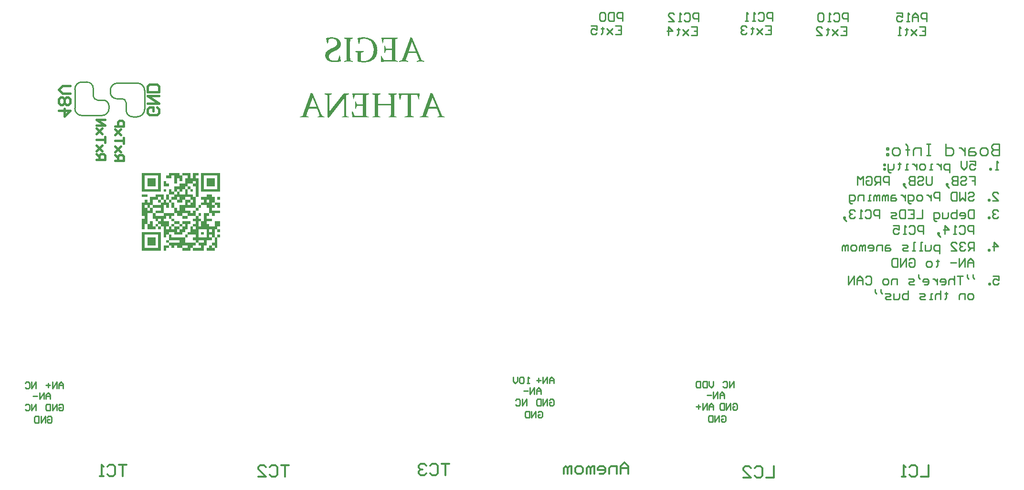
<source format=gbo>
G04*
G04 #@! TF.GenerationSoftware,Altium Limited,Altium Designer,25.5.2 (35)*
G04*
G04 Layer_Color=32896*
%FSLAX25Y25*%
%MOIN*%
G70*
G04*
G04 #@! TF.SameCoordinates,1DACB3DC-ACE0-44E2-B579-3CE0BC83F536*
G04*
G04*
G04 #@! TF.FilePolarity,Positive*
G04*
G01*
G75*
%ADD20C,0.01000*%
%ADD25C,0.01200*%
%ADD186C,0.01600*%
G36*
X233050Y314288D02*
X231173D01*
Y312411D01*
X233050D01*
Y299273D01*
X231173D01*
Y306781D01*
X229296D01*
Y308658D01*
X225542D01*
Y306781D01*
X227419D01*
Y304904D01*
X229296D01*
Y304435D01*
Y304200D01*
Y303027D01*
X227419D01*
Y304904D01*
X225542D01*
Y306546D01*
Y306781D01*
X223665D01*
Y304904D01*
X225542D01*
Y301150D01*
X229296D01*
Y299273D01*
X231173D01*
Y291765D01*
X233050D01*
Y289889D01*
X231173D01*
Y291765D01*
X223665D01*
Y289889D01*
X227419D01*
Y288012D01*
X229296D01*
Y289889D01*
X231173D01*
Y286135D01*
X233050D01*
Y284258D01*
X234927D01*
Y282381D01*
X236804D01*
Y288012D01*
X240558D01*
Y286135D01*
X238681D01*
Y284258D01*
X242435D01*
Y282381D01*
X238681D01*
Y280504D01*
X240558D01*
Y279565D01*
Y279331D01*
Y278627D01*
X244311D01*
Y282381D01*
X248065D01*
Y278627D01*
X246188D01*
Y276750D01*
X248065D01*
Y275812D01*
Y275577D01*
Y274873D01*
X246188D01*
Y276750D01*
X244311D01*
Y271119D01*
X246188D01*
Y266427D01*
Y266192D01*
Y263612D01*
X244311D01*
Y265489D01*
X242435D01*
Y267365D01*
X244311D01*
Y271119D01*
X242435D01*
Y272996D01*
X240558D01*
Y271119D01*
X242435D01*
Y269242D01*
X238681D01*
Y265489D01*
X236804D01*
Y261735D01*
X229296D01*
Y263612D01*
X227419D01*
Y261735D01*
X221789D01*
Y263612D01*
X218035D01*
Y265489D01*
X216158D01*
Y263612D01*
X214281D01*
Y265489D01*
X212404D01*
Y267365D01*
X210527D01*
Y269242D01*
X212404D01*
Y267365D01*
X219912D01*
Y269242D01*
X212404D01*
Y272292D01*
Y272527D01*
Y272996D01*
X210527D01*
Y271119D01*
X208650D01*
Y278627D01*
X206773D01*
Y280504D01*
X204896D01*
Y282381D01*
X203019D01*
Y284258D01*
X201142D01*
Y286604D01*
Y286839D01*
Y288012D01*
X197389D01*
Y280504D01*
X199265D01*
Y282381D01*
X201142D01*
Y278627D01*
X203019D01*
Y276750D01*
X197389D01*
Y280504D01*
X195511D01*
Y276750D01*
X193635D01*
Y284258D01*
X195511D01*
Y286135D01*
X193635D01*
Y295519D01*
X195511D01*
Y297396D01*
X197389D01*
Y295519D01*
X199265D01*
Y299273D01*
X203019D01*
Y301150D01*
X208650D01*
Y297396D01*
X210527D01*
Y295519D01*
X212404D01*
Y291765D01*
X210527D01*
Y293642D01*
X208650D01*
Y288012D01*
X216158D01*
Y286135D01*
X214281D01*
Y284258D01*
X216158D01*
Y282381D01*
X219912D01*
Y280504D01*
X221789D01*
Y279331D01*
Y279096D01*
Y278627D01*
X223665D01*
Y280504D01*
X221789D01*
Y282381D01*
X227419D01*
Y280504D01*
X225542D01*
Y276750D01*
X223665D01*
Y274873D01*
X221789D01*
Y272996D01*
X216158D01*
Y274873D01*
X212404D01*
Y272996D01*
X214281D01*
Y271119D01*
X223665D01*
Y267365D01*
X231173D01*
Y265489D01*
X229296D01*
Y263612D01*
X234927D01*
Y265489D01*
X233050D01*
Y267365D01*
X231173D01*
Y269242D01*
X229296D01*
Y271119D01*
X231173D01*
Y272996D01*
X225542D01*
Y274873D01*
X227419D01*
Y278627D01*
X229296D01*
Y276750D01*
X231173D01*
Y278627D01*
X229296D01*
Y280504D01*
X231173D01*
Y282381D01*
X229296D01*
Y284258D01*
X231173D01*
Y286135D01*
X225542D01*
Y288012D01*
X221789D01*
Y286135D01*
X225542D01*
Y284258D01*
X221789D01*
Y286135D01*
X218035D01*
Y288012D01*
X216158D01*
Y291765D01*
X214281D01*
Y295519D01*
X212404D01*
Y297396D01*
X210527D01*
Y301150D01*
X212404D01*
Y299039D01*
Y298804D01*
Y297396D01*
X214281D01*
Y297162D01*
Y296927D01*
Y295519D01*
X216158D01*
Y291765D01*
X218035D01*
Y289889D01*
X219912D01*
Y293642D01*
X223665D01*
Y297396D01*
X221789D01*
Y295519D01*
X218035D01*
Y297396D01*
X214281D01*
Y299273D01*
X216158D01*
Y301150D01*
X212404D01*
Y304904D01*
X214281D01*
Y303027D01*
X216158D01*
Y301619D01*
Y301385D01*
Y301150D01*
X218035D01*
Y303027D01*
X216158D01*
Y306781D01*
X219912D01*
Y308658D01*
X223665D01*
Y312411D01*
X225542D01*
Y314288D01*
X221789D01*
Y316165D01*
X227419D01*
Y312411D01*
X229296D01*
Y316165D01*
X233050D01*
Y314288D01*
D02*
G37*
G36*
X219912D02*
X221789D01*
Y310535D01*
X219912D01*
Y312411D01*
X218035D01*
Y308658D01*
X216158D01*
Y314288D01*
X214281D01*
Y312411D01*
X210527D01*
Y314288D01*
X212404D01*
Y316165D01*
X219912D01*
Y314288D01*
D02*
G37*
G36*
X210527Y308658D02*
X212404D01*
Y306781D01*
X208650D01*
Y310535D01*
X210527D01*
Y308658D01*
D02*
G37*
G36*
X248065Y312411D02*
Y312177D01*
Y303027D01*
X234927D01*
Y316165D01*
X248065D01*
Y312411D01*
D02*
G37*
G36*
X210527Y303027D02*
X208650D01*
Y304904D01*
X210527D01*
Y303027D01*
D02*
G37*
G36*
X206773Y310535D02*
Y310300D01*
Y303027D01*
X193635D01*
Y316165D01*
X206773D01*
Y310535D01*
D02*
G37*
G36*
X197389Y299273D02*
X193635D01*
Y301150D01*
X197389D01*
Y299273D01*
D02*
G37*
G36*
X248065Y298335D02*
Y298100D01*
Y297396D01*
X246188D01*
Y299273D01*
X248065D01*
Y298335D01*
D02*
G37*
G36*
X242435Y299273D02*
X244311D01*
Y295519D01*
X248065D01*
Y291765D01*
X246188D01*
Y293642D01*
X244311D01*
Y294815D01*
Y295050D01*
Y295519D01*
X242435D01*
Y293642D01*
X244311D01*
Y291765D01*
X242435D01*
Y289889D01*
X248065D01*
Y288012D01*
X244311D01*
Y286135D01*
X242435D01*
Y288012D01*
X240558D01*
Y291765D01*
X238681D01*
Y293642D01*
X234927D01*
Y295519D01*
X236804D01*
Y297396D01*
X234927D01*
Y299273D01*
X238681D01*
Y301150D01*
X242435D01*
Y299273D01*
D02*
G37*
G36*
X234927Y292235D02*
Y292000D01*
Y291765D01*
X233050D01*
Y293642D01*
X234927D01*
Y292235D01*
D02*
G37*
G36*
Y287777D02*
Y287542D01*
Y286135D01*
X233050D01*
Y288012D01*
X234927D01*
Y287777D01*
D02*
G37*
G36*
X204896Y278627D02*
X206773D01*
Y276750D01*
X204896D01*
Y278627D01*
X203019D01*
Y280504D01*
X204896D01*
Y278627D01*
D02*
G37*
G36*
X248065Y271119D02*
X246188D01*
Y272996D01*
X248065D01*
Y271119D01*
D02*
G37*
G36*
X225542D02*
X223665D01*
Y272996D01*
X225542D01*
Y271119D01*
D02*
G37*
G36*
X242435Y263612D02*
X244311D01*
Y261735D01*
X238681D01*
Y262204D01*
Y262439D01*
Y263612D01*
X240558D01*
Y265489D01*
X242435D01*
Y263612D01*
D02*
G37*
G36*
X212404D02*
X210527D01*
Y261735D01*
X208650D01*
Y265489D01*
X212404D01*
Y263612D01*
D02*
G37*
G36*
X206773Y261735D02*
X193635D01*
Y274873D01*
X206773D01*
Y261735D01*
D02*
G37*
G36*
X387500Y371675D02*
X387200Y367375D01*
X386725Y367450D01*
X385650Y370650D01*
X381400D01*
Y358675D01*
Y358175D01*
Y357725D01*
Y357325D01*
Y357000D01*
X381425Y356725D01*
Y356525D01*
Y356400D01*
Y356350D01*
X381450Y356250D01*
X381475Y356175D01*
X381600Y356075D01*
X381700Y356025D01*
X381725Y356000D01*
X381750D01*
X383525Y355475D01*
X383475Y354950D01*
X382825D01*
X382225Y354975D01*
X378025D01*
X377575Y354950D01*
X376925D01*
X376950Y355475D01*
X378725Y356000D01*
X378825Y356025D01*
X378900Y356075D01*
X379000Y356200D01*
X379050Y356300D01*
Y356350D01*
Y356725D01*
Y357100D01*
Y357500D01*
Y357850D01*
Y358175D01*
Y358450D01*
Y358550D01*
Y358625D01*
Y358650D01*
Y358675D01*
Y370650D01*
X374825D01*
X374050Y367375D01*
X373575Y367450D01*
X372825Y371675D01*
X372900Y371750D01*
X374000D01*
X375050Y371725D01*
X385200D01*
X385600Y371750D01*
X387425D01*
X387500Y371675D01*
D02*
G37*
G36*
X371475Y371250D02*
X370000Y370775D01*
X369825Y370675D01*
X369750Y370550D01*
X369700Y370425D01*
Y370400D01*
Y370375D01*
Y370050D01*
X369675Y369725D01*
Y369400D01*
Y369075D01*
Y368800D01*
Y368575D01*
Y368425D01*
Y368400D01*
Y368375D01*
Y358650D01*
Y358150D01*
Y357700D01*
Y357275D01*
Y356950D01*
X369700Y356650D01*
Y356450D01*
Y356325D01*
Y356275D01*
X369725Y356175D01*
X369750Y356100D01*
X369875Y355975D01*
X369975Y355925D01*
X370000Y355900D01*
X370025D01*
X371500Y355475D01*
X371475Y354950D01*
X370900D01*
X370350Y354975D01*
X366525D01*
X366150Y354950D01*
X365625D01*
X365675Y355475D01*
X367000Y355875D01*
X367100Y355925D01*
X367175Y355975D01*
X367250Y356125D01*
X367300Y356250D01*
Y356275D01*
Y356300D01*
Y356675D01*
X367325Y357075D01*
Y357450D01*
Y357825D01*
Y358150D01*
Y358425D01*
Y358525D01*
Y358600D01*
Y358625D01*
Y358650D01*
Y363275D01*
X358600D01*
Y358650D01*
Y358150D01*
Y357700D01*
Y357300D01*
Y356950D01*
X358625Y356675D01*
Y356475D01*
Y356350D01*
Y356300D01*
Y356200D01*
X358675Y356100D01*
X358775Y355975D01*
X358875Y355900D01*
X358900Y355875D01*
X358925D01*
X360300Y355475D01*
X360250Y354950D01*
X359725D01*
X359225Y354975D01*
X355400D01*
X355000Y354950D01*
X354425D01*
X354450Y355475D01*
X355900Y355900D01*
X356000Y355950D01*
X356075Y356000D01*
X356175Y356125D01*
X356225Y356225D01*
Y356275D01*
Y356650D01*
X356250Y357050D01*
Y357450D01*
Y357825D01*
Y358150D01*
Y358425D01*
Y358525D01*
Y358600D01*
Y358625D01*
Y358650D01*
Y368375D01*
Y368800D01*
Y369200D01*
Y369525D01*
X356225Y369825D01*
Y370050D01*
Y370225D01*
Y370350D01*
Y370375D01*
X356175Y370575D01*
X356075Y370700D01*
X355975Y370750D01*
X355925Y370775D01*
X354425Y371250D01*
X354475Y371775D01*
X355025Y371750D01*
X356050D01*
X356500Y371725D01*
X358450D01*
X358950Y371750D01*
X359750D01*
X359925Y371775D01*
X360300D01*
X360275Y371250D01*
X358925Y370825D01*
X358825Y370800D01*
X358750Y370725D01*
X358650Y370600D01*
X358625Y370500D01*
Y370475D01*
Y370450D01*
Y370125D01*
X358600Y369775D01*
Y369425D01*
Y369100D01*
Y368825D01*
Y368625D01*
Y368475D01*
Y368450D01*
Y368425D01*
Y364375D01*
X367325D01*
Y368425D01*
Y368850D01*
Y369225D01*
Y369575D01*
X367300Y369875D01*
Y370125D01*
Y370300D01*
Y370400D01*
Y370450D01*
X367275Y370550D01*
X367250Y370625D01*
X367150Y370750D01*
X367050Y370800D01*
X367000Y370825D01*
X365625Y371250D01*
X365700Y371775D01*
X366225Y371750D01*
X367200D01*
X367625Y371725D01*
X369600D01*
X370100Y371750D01*
X370950D01*
X371100Y371775D01*
X371500D01*
X371475Y371250D01*
D02*
G37*
G36*
X352025D02*
X350550Y370775D01*
X350375Y370675D01*
X350300Y370550D01*
X350250Y370425D01*
Y370400D01*
Y370375D01*
Y370075D01*
Y369775D01*
Y369650D01*
Y369550D01*
Y369500D01*
Y369475D01*
X350225Y369100D01*
Y368750D01*
Y368600D01*
Y368475D01*
Y368400D01*
Y368375D01*
Y358650D01*
Y358150D01*
Y357925D01*
Y357750D01*
X350250Y357575D01*
Y357450D01*
Y357375D01*
Y357350D01*
Y356925D01*
Y356750D01*
Y356600D01*
Y356450D01*
Y356350D01*
Y356300D01*
Y356275D01*
X350275Y356175D01*
X350300Y356100D01*
X350425Y355975D01*
X350525Y355925D01*
X350550Y355900D01*
X350575D01*
X352050Y355475D01*
X352025Y354950D01*
X351450D01*
X350925Y354975D01*
X342325D01*
X341925Y354950D01*
X340450D01*
X340375Y355000D01*
X340100Y359175D01*
X340650Y359075D01*
X342100Y356050D01*
X347875D01*
Y356525D01*
Y357000D01*
Y357450D01*
Y357850D01*
Y358175D01*
Y358450D01*
Y358550D01*
Y358625D01*
Y358650D01*
Y358675D01*
Y363050D01*
X344925D01*
X344550Y363025D01*
X344000D01*
X343900Y363000D01*
X343825Y362975D01*
X343700Y362850D01*
X343650Y362750D01*
X343625Y362725D01*
Y362700D01*
X343175Y361050D01*
X342525Y361100D01*
X342550Y361675D01*
Y362175D01*
Y362600D01*
X342575Y362950D01*
Y363200D01*
Y363400D01*
Y363525D01*
Y363550D01*
Y363875D01*
Y364275D01*
X342550Y364675D01*
Y365100D01*
Y365450D01*
X342525Y365750D01*
Y365875D01*
Y365950D01*
Y366000D01*
Y366025D01*
X343175D01*
X343600Y364375D01*
X343650Y364275D01*
X343700Y364200D01*
X343825Y364100D01*
X343950Y364050D01*
X347875D01*
Y370650D01*
X342350D01*
X341600Y367875D01*
X341125Y367975D01*
X340425Y371675D01*
X340500Y371750D01*
X341600D01*
X342650Y371725D01*
X350150D01*
X350650Y371750D01*
X351500D01*
X351650Y371775D01*
X352050D01*
X352025Y371250D01*
D02*
G37*
G36*
X338050D02*
X336575Y370775D01*
X336400Y370675D01*
X336325Y370550D01*
X336275Y370425D01*
Y370400D01*
Y370375D01*
Y370050D01*
X336250Y369725D01*
Y369400D01*
Y369075D01*
Y368800D01*
Y368575D01*
Y368425D01*
Y368400D01*
Y368375D01*
Y358650D01*
Y358150D01*
Y357700D01*
Y357275D01*
Y356950D01*
X336275Y356650D01*
Y356450D01*
Y356325D01*
Y356275D01*
X336300Y356175D01*
X336325Y356100D01*
X336450Y355975D01*
X336550Y355925D01*
X336575Y355900D01*
X336600D01*
X338075Y355475D01*
X338050Y354950D01*
X337500D01*
X337000Y354975D01*
X333950D01*
X333600Y354950D01*
X333075D01*
X333100Y355500D01*
X334550Y355900D01*
X334650Y355950D01*
X334700Y356000D01*
X334800Y356150D01*
X334850Y356275D01*
Y356300D01*
Y356325D01*
Y356700D01*
Y357075D01*
Y357475D01*
Y357850D01*
Y358175D01*
Y358450D01*
Y358550D01*
Y358625D01*
Y358650D01*
Y358675D01*
Y368350D01*
X324075Y354900D01*
X323050Y354975D01*
Y368375D01*
Y368800D01*
Y369200D01*
Y369525D01*
Y369825D01*
Y370050D01*
Y370200D01*
Y370325D01*
Y370350D01*
X323000Y370550D01*
X322900Y370675D01*
X322800Y370750D01*
X322750Y370775D01*
X321250Y371250D01*
X321275Y371775D01*
X321800Y371750D01*
X322725D01*
X323075Y371725D01*
X324550D01*
X324950Y371750D01*
X325700D01*
X326000Y371775D01*
X326250D01*
X326225Y371225D01*
X324800Y370800D01*
X324700Y370750D01*
X324625Y370700D01*
X324525Y370575D01*
X324475Y370475D01*
Y370450D01*
Y370425D01*
Y370100D01*
X324450Y369775D01*
Y369425D01*
Y369125D01*
Y368850D01*
Y368625D01*
Y368475D01*
Y368450D01*
Y368425D01*
Y359175D01*
X334550Y371775D01*
X334950Y371750D01*
X335150D01*
X335300Y371725D01*
X336400D01*
X336800Y371750D01*
X337550D01*
X337825Y371775D01*
X338075D01*
X338050Y371250D01*
D02*
G37*
G36*
X396525Y371825D02*
X402650Y357200D01*
X402750Y356975D01*
X402850Y356800D01*
X402925Y356625D01*
X403000Y356500D01*
X403075Y356400D01*
X403100Y356325D01*
X403150Y356300D01*
Y356275D01*
X403325Y356075D01*
X403550Y355950D01*
X403650Y355900D01*
X403725Y355850D01*
X403775Y355825D01*
X403800D01*
X405000Y355475D01*
X404925Y354950D01*
X404450D01*
X404000Y354975D01*
X400750D01*
X400375Y354950D01*
X399775D01*
X399800Y355500D01*
X400900Y355800D01*
X401050Y355850D01*
X401150Y355925D01*
X401225Y355950D01*
X401250Y355975D01*
X401300Y356075D01*
X401325Y356175D01*
X401350Y356275D01*
Y356300D01*
X401325Y356500D01*
X401275Y356675D01*
X401250Y356850D01*
X401225Y356875D01*
Y356900D01*
X401175Y357050D01*
X401100Y357250D01*
X400975Y357600D01*
X400900Y357750D01*
X400875Y357875D01*
X400825Y357950D01*
Y357975D01*
X399550Y361175D01*
X393775D01*
X392650Y357950D01*
X392575Y357725D01*
X392500Y357525D01*
X392450Y357350D01*
X392400Y357200D01*
X392350Y357075D01*
X392325Y357000D01*
X392300Y356950D01*
Y356925D01*
X392225Y356675D01*
X392200Y356475D01*
X392175Y356350D01*
Y356300D01*
X392200Y356150D01*
X392225Y356050D01*
X392250Y356000D01*
X392275Y355975D01*
X392375Y355900D01*
X392475Y355850D01*
X392575Y355825D01*
X392625Y355800D01*
X393750Y355475D01*
X393700Y354950D01*
X393025D01*
X392425Y354975D01*
X388500D01*
X388125Y354950D01*
X387550D01*
X387575Y355475D01*
X388725Y355800D01*
X389025Y355925D01*
X389250Y356075D01*
X389375Y356175D01*
X389425Y356225D01*
X389500Y356350D01*
X389600Y356525D01*
X389775Y356900D01*
X389850Y357075D01*
X389900Y357225D01*
X389925Y357325D01*
X389950Y357350D01*
X395300Y372025D01*
X396525Y371825D01*
D02*
G37*
G36*
X312750D02*
X318875Y357200D01*
X318975Y356975D01*
X319075Y356800D01*
X319150Y356625D01*
X319225Y356500D01*
X319300Y356400D01*
X319325Y356325D01*
X319375Y356300D01*
Y356275D01*
X319550Y356075D01*
X319775Y355950D01*
X319875Y355900D01*
X319950Y355850D01*
X320000Y355825D01*
X320025D01*
X321225Y355475D01*
X321150Y354950D01*
X320675D01*
X320225Y354975D01*
X316975D01*
X316600Y354950D01*
X316000D01*
X316025Y355500D01*
X317125Y355800D01*
X317275Y355850D01*
X317375Y355925D01*
X317450Y355950D01*
X317475Y355975D01*
X317525Y356075D01*
X317550Y356175D01*
X317575Y356275D01*
Y356300D01*
X317550Y356500D01*
X317500Y356675D01*
X317475Y356850D01*
X317450Y356875D01*
Y356900D01*
X317400Y357050D01*
X317325Y357250D01*
X317200Y357600D01*
X317125Y357750D01*
X317100Y357875D01*
X317050Y357950D01*
Y357975D01*
X315775Y361175D01*
X310000D01*
X308875Y357950D01*
X308800Y357725D01*
X308725Y357525D01*
X308675Y357350D01*
X308625Y357200D01*
X308575Y357075D01*
X308550Y357000D01*
X308525Y356950D01*
Y356925D01*
X308450Y356675D01*
X308425Y356475D01*
X308400Y356350D01*
Y356300D01*
X308425Y356150D01*
X308450Y356050D01*
X308475Y356000D01*
X308500Y355975D01*
X308600Y355900D01*
X308700Y355850D01*
X308800Y355825D01*
X308850Y355800D01*
X309975Y355475D01*
X309925Y354950D01*
X309250D01*
X308650Y354975D01*
X304725D01*
X304350Y354950D01*
X303775D01*
X303800Y355475D01*
X304950Y355800D01*
X305250Y355925D01*
X305475Y356075D01*
X305600Y356175D01*
X305650Y356225D01*
X305725Y356350D01*
X305825Y356525D01*
X306000Y356900D01*
X306075Y357075D01*
X306125Y357225D01*
X306150Y357325D01*
X306175Y357350D01*
X311525Y372025D01*
X312750Y371825D01*
D02*
G37*
G36*
X372250Y410225D02*
X370775Y409750D01*
X370600Y409650D01*
X370525Y409525D01*
X370475Y409400D01*
Y409375D01*
Y409350D01*
Y409050D01*
Y408750D01*
Y408625D01*
Y408525D01*
Y408475D01*
Y408450D01*
X370450Y408075D01*
Y407725D01*
Y407575D01*
Y407450D01*
Y407375D01*
Y407350D01*
Y397625D01*
Y397125D01*
Y396900D01*
Y396725D01*
X370475Y396550D01*
Y396425D01*
Y396350D01*
Y396325D01*
Y395900D01*
Y395725D01*
Y395575D01*
Y395425D01*
Y395325D01*
Y395275D01*
Y395250D01*
X370500Y395150D01*
X370525Y395075D01*
X370650Y394950D01*
X370750Y394900D01*
X370775Y394875D01*
X370800D01*
X372275Y394450D01*
X372250Y393925D01*
X371675D01*
X371150Y393950D01*
X362550D01*
X362150Y393925D01*
X360675D01*
X360600Y393975D01*
X360325Y398150D01*
X360875Y398050D01*
X362325Y395025D01*
X368100D01*
Y395500D01*
Y395975D01*
Y396425D01*
Y396825D01*
Y397150D01*
Y397425D01*
Y397525D01*
Y397600D01*
Y397625D01*
Y397650D01*
Y402025D01*
X365150D01*
X364775Y402000D01*
X364225D01*
X364125Y401975D01*
X364050Y401950D01*
X363925Y401825D01*
X363875Y401725D01*
X363850Y401700D01*
Y401675D01*
X363400Y400025D01*
X362750Y400075D01*
X362775Y400650D01*
Y401150D01*
Y401575D01*
X362800Y401925D01*
Y402175D01*
Y402375D01*
Y402500D01*
Y402525D01*
Y402850D01*
Y403250D01*
X362775Y403650D01*
Y404075D01*
Y404425D01*
X362750Y404725D01*
Y404850D01*
Y404925D01*
Y404975D01*
Y405000D01*
X363400D01*
X363825Y403350D01*
X363875Y403250D01*
X363925Y403175D01*
X364050Y403075D01*
X364175Y403025D01*
X368100D01*
Y409625D01*
X362575D01*
X361825Y406850D01*
X361350Y406950D01*
X360650Y410650D01*
X360725Y410725D01*
X361825D01*
X362875Y410700D01*
X370375D01*
X370875Y410725D01*
X371725D01*
X371875Y410750D01*
X372275D01*
X372250Y410225D01*
D02*
G37*
G36*
X340750D02*
X339275Y409750D01*
X339100Y409650D01*
X339025Y409525D01*
X338975Y409400D01*
Y409375D01*
Y409350D01*
Y409050D01*
Y408750D01*
Y408625D01*
Y408525D01*
Y408475D01*
Y408450D01*
X338950Y408075D01*
Y407725D01*
Y407575D01*
Y407450D01*
Y407375D01*
Y407350D01*
Y397625D01*
Y397125D01*
Y396900D01*
Y396725D01*
X338975Y396550D01*
Y396425D01*
Y396350D01*
Y396325D01*
Y395900D01*
Y395725D01*
Y395575D01*
Y395425D01*
Y395325D01*
Y395275D01*
Y395250D01*
X339000Y395150D01*
X339025Y395075D01*
X339150Y394950D01*
X339250Y394900D01*
X339275Y394875D01*
X339300D01*
X340775Y394450D01*
X340750Y393925D01*
X340175D01*
X339650Y393950D01*
X335750D01*
X335350Y393925D01*
X334800D01*
X334825Y394450D01*
X336175Y394850D01*
X336300Y394900D01*
X336400Y394975D01*
X336475Y395050D01*
X336525Y395100D01*
X336600Y395225D01*
Y395275D01*
Y395650D01*
Y395975D01*
Y396125D01*
Y396225D01*
Y396300D01*
Y396325D01*
Y396775D01*
Y397000D01*
Y397200D01*
Y397375D01*
Y397500D01*
Y397600D01*
Y397625D01*
Y407400D01*
Y407800D01*
Y408000D01*
Y408150D01*
Y408275D01*
Y408400D01*
Y408450D01*
Y408475D01*
Y408825D01*
Y409125D01*
Y409250D01*
Y409325D01*
Y409375D01*
Y409400D01*
X336575Y409500D01*
X336550Y409575D01*
X336425Y409700D01*
X336325Y409750D01*
X336275Y409775D01*
X334800Y410225D01*
X334825Y410750D01*
X335400Y410725D01*
X336450D01*
X336900Y410700D01*
X338875D01*
X339375Y410725D01*
X340225D01*
X340375Y410750D01*
X340775D01*
X340750Y410225D01*
D02*
G37*
G36*
X349150Y411000D02*
X349925Y410925D01*
X350650Y410800D01*
X351325Y410650D01*
X351950Y410475D01*
X352525Y410250D01*
X353050Y410050D01*
X353550Y409825D01*
X353975Y409575D01*
X354350Y409375D01*
X354650Y409175D01*
X354925Y408975D01*
X355125Y408825D01*
X355275Y408700D01*
X355375Y408625D01*
X355400Y408600D01*
X355850Y408125D01*
X356250Y407625D01*
X356600Y407100D01*
X356900Y406550D01*
X357125Y406000D01*
X357350Y405450D01*
X357525Y404900D01*
X357650Y404375D01*
X357750Y403875D01*
X357850Y403425D01*
X357900Y403000D01*
X357925Y402650D01*
X357950Y402350D01*
X357975Y402150D01*
Y402000D01*
Y401950D01*
X357950Y401225D01*
X357875Y400525D01*
X357750Y399900D01*
X357575Y399300D01*
X357400Y398725D01*
X357200Y398225D01*
X356975Y397750D01*
X356725Y397350D01*
X356500Y396975D01*
X356275Y396650D01*
X356075Y396375D01*
X355875Y396125D01*
X355725Y395950D01*
X355600Y395825D01*
X355525Y395750D01*
X355500Y395725D01*
X355000Y395325D01*
X354500Y395000D01*
X353950Y394700D01*
X353400Y394450D01*
X352825Y394225D01*
X352275Y394050D01*
X351725Y393900D01*
X351200Y393775D01*
X350725Y393675D01*
X350250Y393625D01*
X349850Y393575D01*
X349500Y393525D01*
X349200D01*
X348975Y393500D01*
X348800D01*
X348025Y393525D01*
X347225Y393600D01*
X346475Y393675D01*
X345775Y393800D01*
X345475Y393850D01*
X345175Y393900D01*
X344925Y393950D01*
X344725Y393975D01*
X344550Y394025D01*
X344400Y394050D01*
X344325Y394075D01*
X344300D01*
X344225Y394150D01*
Y398000D01*
Y398400D01*
Y398600D01*
Y398750D01*
Y398875D01*
Y399000D01*
Y399050D01*
Y399075D01*
Y399450D01*
Y399750D01*
Y399875D01*
Y399975D01*
Y400025D01*
Y400050D01*
X344200Y400150D01*
X344175Y400225D01*
X344050Y400350D01*
X343950Y400400D01*
X343900Y400425D01*
X342600Y400825D01*
X342650Y401350D01*
X343150Y401325D01*
X344125D01*
X344550Y401300D01*
X346500D01*
X347000Y401325D01*
X347850D01*
X348000Y401350D01*
X348400D01*
X348375Y400825D01*
X346900Y400350D01*
X346725Y400250D01*
X346650Y400125D01*
X346600Y400000D01*
Y399975D01*
Y399950D01*
Y399650D01*
Y399350D01*
Y399225D01*
Y399125D01*
Y399075D01*
Y399050D01*
X346575Y398675D01*
Y398325D01*
Y398175D01*
Y398050D01*
Y397975D01*
Y397950D01*
Y394750D01*
X347325Y394600D01*
X347675Y394550D01*
X347975Y394525D01*
X348250D01*
X348450Y394500D01*
X348625D01*
X349200Y394525D01*
X349725Y394600D01*
X350225Y394700D01*
X350700Y394825D01*
X351150Y395000D01*
X351550Y395175D01*
X351925Y395375D01*
X352250Y395575D01*
X352550Y395750D01*
X352800Y395950D01*
X353025Y396125D01*
X353225Y396300D01*
X353350Y396425D01*
X353475Y396525D01*
X353525Y396600D01*
X353550Y396625D01*
X353875Y397050D01*
X354150Y397475D01*
X354375Y397950D01*
X354600Y398425D01*
X354775Y398900D01*
X354900Y399375D01*
X355025Y399850D01*
X355125Y400300D01*
X355200Y400725D01*
X355250Y401125D01*
X355300Y401475D01*
X355325Y401775D01*
Y402025D01*
X355350Y402225D01*
Y402325D01*
Y402375D01*
X355325Y403025D01*
X355275Y403650D01*
X355200Y404225D01*
X355075Y404750D01*
X354950Y405250D01*
X354825Y405725D01*
X354675Y406150D01*
X354500Y406525D01*
X354350Y406850D01*
X354200Y407150D01*
X354075Y407400D01*
X353925Y407600D01*
X353825Y407775D01*
X353750Y407875D01*
X353700Y407950D01*
X353675Y407975D01*
X353350Y408325D01*
X353000Y408650D01*
X352625Y408925D01*
X352225Y409150D01*
X351850Y409350D01*
X351450Y409525D01*
X351075Y409650D01*
X350700Y409775D01*
X350350Y409850D01*
X350025Y409925D01*
X349750Y409975D01*
X349500Y410000D01*
X349275D01*
X349125Y410025D01*
X349000D01*
X348525Y410000D01*
X348025Y409975D01*
X347575Y409900D01*
X347150Y409825D01*
X346775Y409750D01*
X346500Y409700D01*
X346400Y409675D01*
X346325Y409650D01*
X346275Y409625D01*
X346250D01*
X345425Y406475D01*
X344950Y406550D01*
X344200Y410425D01*
X344275Y410525D01*
X345050Y410700D01*
X345800Y410825D01*
X346500Y410900D01*
X347100Y410975D01*
X347375D01*
X347600Y411000D01*
X347825D01*
X348000Y411025D01*
X348325D01*
X349150Y411000D01*
D02*
G37*
G36*
X382225Y410800D02*
X388350Y396175D01*
X388450Y395950D01*
X388550Y395775D01*
X388625Y395600D01*
X388700Y395475D01*
X388775Y395375D01*
X388800Y395300D01*
X388850Y395275D01*
Y395250D01*
X389025Y395050D01*
X389250Y394925D01*
X389350Y394875D01*
X389425Y394825D01*
X389475Y394800D01*
X389500D01*
X390700Y394450D01*
X390625Y393925D01*
X390150D01*
X389700Y393950D01*
X386450D01*
X386075Y393925D01*
X385475D01*
X385500Y394475D01*
X386600Y394775D01*
X386750Y394825D01*
X386850Y394900D01*
X386925Y394925D01*
X386950Y394950D01*
X387000Y395050D01*
X387025Y395150D01*
X387050Y395250D01*
Y395275D01*
X387025Y395475D01*
X386975Y395650D01*
X386950Y395825D01*
X386925Y395850D01*
Y395875D01*
X386875Y396025D01*
X386800Y396225D01*
X386675Y396575D01*
X386600Y396725D01*
X386575Y396850D01*
X386525Y396925D01*
Y396950D01*
X385250Y400150D01*
X379475D01*
X378350Y396925D01*
X378275Y396700D01*
X378200Y396500D01*
X378150Y396325D01*
X378100Y396175D01*
X378050Y396050D01*
X378025Y395975D01*
X378000Y395925D01*
Y395900D01*
X377925Y395650D01*
X377900Y395450D01*
X377875Y395325D01*
Y395275D01*
X377900Y395125D01*
X377925Y395025D01*
X377950Y394975D01*
X377975Y394950D01*
X378075Y394875D01*
X378175Y394825D01*
X378275Y394800D01*
X378325Y394775D01*
X379450Y394450D01*
X379400Y393925D01*
X378725D01*
X378125Y393950D01*
X374200D01*
X373825Y393925D01*
X373250D01*
X373275Y394450D01*
X374425Y394775D01*
X374725Y394900D01*
X374950Y395050D01*
X375075Y395150D01*
X375125Y395200D01*
X375200Y395325D01*
X375300Y395500D01*
X375475Y395875D01*
X375550Y396050D01*
X375600Y396200D01*
X375625Y396300D01*
X375650Y396325D01*
X381000Y411000D01*
X382225Y410800D01*
D02*
G37*
G36*
X326700Y411000D02*
X327150Y410975D01*
X327600Y410925D01*
X328025Y410850D01*
X328425Y410750D01*
X328800Y410650D01*
X329150Y410550D01*
X329450Y410425D01*
X329725Y410325D01*
X329975Y410200D01*
X330200Y410100D01*
X330375Y410025D01*
X330525Y409925D01*
X330625Y409875D01*
X330675Y409850D01*
X330700Y409825D01*
X331025Y409600D01*
X331300Y409325D01*
X331525Y409075D01*
X331750Y408800D01*
X331925Y408525D01*
X332050Y408250D01*
X332175Y407975D01*
X332275Y407700D01*
X332400Y407225D01*
X332450Y407000D01*
X332475Y406825D01*
Y406675D01*
X332500Y406575D01*
Y406500D01*
Y406475D01*
X332475Y406075D01*
X332450Y405725D01*
X332375Y405400D01*
X332300Y405125D01*
X332250Y404875D01*
X332175Y404725D01*
X332150Y404600D01*
X332125Y404575D01*
X331975Y404275D01*
X331800Y404025D01*
X331625Y403800D01*
X331475Y403600D01*
X331325Y403425D01*
X331200Y403300D01*
X331125Y403225D01*
X331100Y403200D01*
X330600Y402825D01*
X330375Y402650D01*
X330150Y402500D01*
X329950Y402400D01*
X329800Y402300D01*
X329700Y402250D01*
X329675Y402225D01*
X329075Y401925D01*
X328800Y401800D01*
X328550Y401675D01*
X328325Y401575D01*
X328175Y401500D01*
X328050Y401475D01*
X328025Y401450D01*
X327500Y401200D01*
X327250Y401100D01*
X327050Y401000D01*
X326850Y400900D01*
X326725Y400825D01*
X326625Y400800D01*
X326600Y400775D01*
X326100Y400500D01*
X325900Y400375D01*
X325700Y400250D01*
X325550Y400150D01*
X325450Y400075D01*
X325375Y400025D01*
X325350Y400000D01*
X324975Y399675D01*
X324825Y399500D01*
X324700Y399350D01*
X324600Y399200D01*
X324525Y399100D01*
X324500Y399025D01*
X324475Y399000D01*
X324375Y398775D01*
X324275Y398550D01*
X324225Y398325D01*
X324200Y398100D01*
X324175Y397925D01*
X324150Y397775D01*
Y397675D01*
Y397650D01*
X324200Y397150D01*
X324300Y396700D01*
X324475Y396300D01*
X324650Y395975D01*
X324850Y395725D01*
X325025Y395550D01*
X325125Y395450D01*
X325175Y395400D01*
X325575Y395150D01*
X326025Y394950D01*
X326500Y394825D01*
X326925Y394725D01*
X327325Y394675D01*
X327500Y394650D01*
X327650D01*
X327775Y394625D01*
X327950D01*
X328450Y394650D01*
X328925Y394700D01*
X329350Y394775D01*
X329750Y394875D01*
X330075Y394975D01*
X330325Y395050D01*
X330425Y395075D01*
X330500Y395100D01*
X330525Y395125D01*
X330550D01*
X331400Y398525D01*
X331950Y398425D01*
X332525Y394350D01*
X332450Y394250D01*
X331600Y394050D01*
X330825Y393900D01*
X330100Y393775D01*
X329775Y393725D01*
X329475Y393700D01*
X329200Y393675D01*
X328950Y393650D01*
X328750D01*
X328550Y393625D01*
X328225D01*
X327675Y393650D01*
X327175Y393675D01*
X326675Y393750D01*
X326225Y393825D01*
X325800Y393925D01*
X325400Y394025D01*
X325025Y394125D01*
X324700Y394250D01*
X324400Y394375D01*
X324150Y394475D01*
X323925Y394575D01*
X323750Y394675D01*
X323600Y394750D01*
X323475Y394825D01*
X323425Y394850D01*
X323400Y394875D01*
X323075Y395125D01*
X322775Y395400D01*
X322525Y395675D01*
X322325Y395975D01*
X322125Y396275D01*
X321975Y396575D01*
X321850Y396875D01*
X321750Y397175D01*
X321675Y397450D01*
X321625Y397700D01*
X321575Y397925D01*
X321550Y398125D01*
X321525Y398300D01*
Y398425D01*
Y398500D01*
Y398525D01*
X321550Y398900D01*
X321575Y399225D01*
X321650Y399525D01*
X321725Y399775D01*
X321800Y399975D01*
X321850Y400150D01*
X321900Y400250D01*
X321925Y400275D01*
X322075Y400550D01*
X322250Y400800D01*
X322400Y401025D01*
X322575Y401225D01*
X322700Y401375D01*
X322825Y401475D01*
X322900Y401550D01*
X322925Y401575D01*
X323400Y401950D01*
X323650Y402125D01*
X323850Y402250D01*
X324050Y402375D01*
X324200Y402450D01*
X324300Y402500D01*
X324325Y402525D01*
X324900Y402800D01*
X325175Y402950D01*
X325425Y403050D01*
X325650Y403150D01*
X325800Y403225D01*
X325900Y403250D01*
X325950Y403275D01*
X326500Y403525D01*
X326750Y403650D01*
X326950Y403750D01*
X327150Y403850D01*
X327275Y403925D01*
X327375Y403950D01*
X327400Y403975D01*
X327900Y404250D01*
X328100Y404375D01*
X328300Y404500D01*
X328450Y404600D01*
X328575Y404675D01*
X328650Y404725D01*
X328675Y404750D01*
X329050Y405100D01*
X329200Y405275D01*
X329325Y405425D01*
X329425Y405575D01*
X329500Y405675D01*
X329525Y405750D01*
X329550Y405775D01*
X329650Y406000D01*
X329725Y406250D01*
X329800Y406475D01*
X329825Y406700D01*
X329850Y406875D01*
X329875Y407025D01*
Y407125D01*
Y407150D01*
X329825Y407650D01*
X329725Y408075D01*
X329575Y408425D01*
X329400Y408750D01*
X329250Y408975D01*
X329100Y409150D01*
X329000Y409275D01*
X328950Y409300D01*
X328575Y409550D01*
X328150Y409750D01*
X327725Y409875D01*
X327325Y409975D01*
X326975Y410025D01*
X326675Y410075D01*
X326425D01*
X326025Y410050D01*
X325625Y410000D01*
X325225Y409950D01*
X324875Y409875D01*
X324550Y409775D01*
X324325Y409725D01*
X324225Y409700D01*
X324150Y409675D01*
X324125Y409650D01*
X324100D01*
X323325Y406650D01*
X322850Y406750D01*
X322125Y410475D01*
X322225Y410575D01*
X323000Y410725D01*
X323725Y410825D01*
X324400Y410925D01*
X325000Y410975D01*
X325250Y411000D01*
X325700D01*
X325875Y411025D01*
X326200D01*
X326700Y411000D01*
D02*
G37*
%LPC*%
G36*
X231173Y310535D02*
X229296D01*
Y308658D01*
X231173D01*
Y310535D01*
D02*
G37*
G36*
X223665Y304904D02*
X221789D01*
Y303027D01*
X219912D01*
Y304904D01*
X218035D01*
Y303027D01*
X219912D01*
Y301150D01*
X223665D01*
Y304904D01*
D02*
G37*
G36*
X219912Y299273D02*
X218035D01*
Y297396D01*
X219912D01*
Y299273D01*
D02*
G37*
G36*
X227419D02*
X223665D01*
Y297396D01*
X227419D01*
Y295519D01*
X229296D01*
Y297396D01*
X227419D01*
Y299273D01*
D02*
G37*
G36*
X206773D02*
X204896D01*
Y297396D01*
X206773D01*
Y295519D01*
X208650D01*
Y297396D01*
X206773D01*
Y299273D01*
D02*
G37*
G36*
X227419Y295519D02*
X225542D01*
Y293642D01*
X227419D01*
Y295519D01*
D02*
G37*
G36*
X204896Y297396D02*
X201142D01*
Y293642D01*
X206773D01*
Y295519D01*
X204896D01*
Y297396D01*
D02*
G37*
G36*
X197389Y293642D02*
X195511D01*
Y291765D01*
X197389D01*
Y289889D01*
X199265D01*
Y291765D01*
X197389D01*
Y293642D01*
D02*
G37*
G36*
X201142D02*
X199265D01*
Y291765D01*
X201142D01*
Y288012D01*
X203019D01*
Y286135D01*
X208650D01*
Y288012D01*
X203019D01*
Y289889D01*
X206773D01*
Y291765D01*
X201142D01*
Y293642D01*
D02*
G37*
G36*
X206773Y284258D02*
X204896D01*
Y282381D01*
X206773D01*
Y284258D01*
D02*
G37*
G36*
X234927Y282381D02*
X233050D01*
Y278627D01*
X234927D01*
Y282381D01*
D02*
G37*
G36*
X212404Y286135D02*
X210527D01*
Y284258D01*
X208650D01*
Y282381D01*
X212404D01*
Y278627D01*
X214281D01*
Y276750D01*
X216158D01*
Y278627D01*
X214281D01*
Y280504D01*
X216158D01*
Y278627D01*
X219912D01*
Y276750D01*
X221789D01*
Y278627D01*
X219912D01*
Y280504D01*
X216158D01*
Y282381D01*
X214281D01*
Y283085D01*
Y283319D01*
Y284258D01*
X212404D01*
Y286135D01*
D02*
G37*
G36*
Y278627D02*
X210527D01*
Y276750D01*
X212404D01*
Y278627D01*
D02*
G37*
G36*
X219912Y276750D02*
X218035D01*
Y274873D01*
X219912D01*
Y276750D01*
D02*
G37*
G36*
X242435D02*
X240558D01*
Y274873D01*
X242435D01*
Y276750D01*
D02*
G37*
G36*
X238681D02*
X233050D01*
Y271588D01*
Y271354D01*
Y271119D01*
X238681D01*
Y276750D01*
D02*
G37*
G36*
X236804Y269242D02*
X233050D01*
Y267365D01*
X236804D01*
Y269242D01*
D02*
G37*
G36*
X225542Y265489D02*
X221789D01*
Y263612D01*
X225542D01*
Y265489D01*
D02*
G37*
%LPD*%
G36*
X236804Y273465D02*
Y273231D01*
Y272996D01*
X234927D01*
Y274873D01*
X236804D01*
Y273465D01*
D02*
G37*
%LPC*%
G36*
X246188Y314288D02*
X236804D01*
Y304904D01*
X246188D01*
Y314288D01*
D02*
G37*
%LPD*%
G36*
X244311Y306781D02*
X238681D01*
Y312411D01*
X244311D01*
Y306781D01*
D02*
G37*
%LPC*%
G36*
X204896Y314288D02*
X195511D01*
Y304904D01*
X204896D01*
Y314288D01*
D02*
G37*
%LPD*%
G36*
X203019Y310769D02*
Y310535D01*
Y306781D01*
X197389D01*
Y312411D01*
X203019D01*
Y310769D01*
D02*
G37*
%LPC*%
G36*
X240558Y297396D02*
X238681D01*
Y295519D01*
X240558D01*
Y297396D01*
D02*
G37*
G36*
X204896Y272996D02*
X195511D01*
Y267365D01*
Y267131D01*
Y263612D01*
X204896D01*
Y272996D01*
D02*
G37*
%LPD*%
G36*
X203019Y265489D02*
X197389D01*
Y271119D01*
X203019D01*
Y265489D01*
D02*
G37*
%LPC*%
G36*
X396525Y368875D02*
X394175Y362275D01*
X399125D01*
X396525Y368875D01*
D02*
G37*
G36*
X312750D02*
X310400Y362275D01*
X315350D01*
X312750Y368875D01*
D02*
G37*
G36*
X382225Y407850D02*
X379875Y401250D01*
X384825D01*
X382225Y407850D01*
D02*
G37*
%LPD*%
D20*
X190275Y355461D02*
G03*
X195424Y360610I0J5149D01*
G01*
Y373961D02*
G03*
X190424Y378961I-5000J0D01*
G01*
X176524D02*
G03*
X171524Y373961I0J-5000D01*
G01*
Y372361D02*
G03*
X175724Y368161I4200J0D01*
G01*
X182524Y365161D02*
G03*
X179524Y368161I-3000J0D01*
G01*
X182524Y360058D02*
G03*
X187121Y355461I4597J0D01*
G01*
X159600Y375203D02*
G03*
X155003Y379800I-4597J0D01*
G01*
X159600Y370100D02*
G03*
X162600Y367100I3000J0D01*
G01*
X170600Y362900D02*
G03*
X166400Y367100I-4200J0D01*
G01*
X165600Y356300D02*
G03*
X170600Y361300I0J5000D01*
G01*
X146700D02*
G03*
X151700Y356300I5000J0D01*
G01*
X151849Y379800D02*
G03*
X146700Y374651I0J-5149D01*
G01*
X187121Y355461D02*
X190275D01*
X176524Y378961D02*
X190424D01*
X171524Y372361D02*
Y373961D01*
X175724Y368161D02*
X179524D01*
X182524Y360058D02*
Y365161D01*
X195424Y360610D02*
Y373961D01*
X146700Y361300D02*
Y374651D01*
X159600Y370100D02*
Y375203D01*
X162600Y367100D02*
X166400D01*
X170600Y361300D02*
Y362900D01*
X151700Y356300D02*
X165600D01*
X151849Y379800D02*
X155003D01*
X773300Y227900D02*
X771301D01*
X770301Y228900D01*
Y230899D01*
X771301Y231899D01*
X773300D01*
X774300Y230899D01*
Y228900D01*
X773300Y227900D01*
X768302D02*
Y231899D01*
X765303D01*
X764303Y230899D01*
Y227900D01*
X755306Y232898D02*
Y231899D01*
X756306D01*
X754307D01*
X755306D01*
Y228900D01*
X754307Y227900D01*
X751307Y233898D02*
Y227900D01*
Y230899D01*
X750308Y231899D01*
X748308D01*
X747309Y230899D01*
Y227900D01*
X745309D02*
X743310D01*
X744310D01*
Y231899D01*
X745309D01*
X740311Y227900D02*
X737312D01*
X736312Y228900D01*
X737312Y229899D01*
X739311D01*
X740311Y230899D01*
X739311Y231899D01*
X736312D01*
X728315Y233898D02*
Y227900D01*
X725316D01*
X724316Y228900D01*
Y229899D01*
Y230899D01*
X725316Y231899D01*
X728315D01*
X722317D02*
Y228900D01*
X721317Y227900D01*
X718318D01*
Y231899D01*
X716319Y227900D02*
X713320D01*
X712320Y228900D01*
X713320Y229899D01*
X715319D01*
X716319Y230899D01*
X715319Y231899D01*
X712320D01*
X709321Y234898D02*
Y232898D01*
X710321Y231899D01*
X705322Y234898D02*
Y232898D01*
X706322Y231899D01*
X791400Y318299D02*
X789401D01*
X790400D01*
Y324297D01*
X791400Y323298D01*
X786402Y318299D02*
Y319299D01*
X785402D01*
Y318299D01*
X786402D01*
X771407Y324297D02*
X775405D01*
Y321298D01*
X773406Y322298D01*
X772406D01*
X771407Y321298D01*
Y319299D01*
X772406Y318299D01*
X774405D01*
X775405Y319299D01*
X769407Y324297D02*
Y320299D01*
X767408Y318299D01*
X765408Y320299D01*
Y324297D01*
X757411Y316300D02*
Y322298D01*
X754412D01*
X753412Y321298D01*
Y319299D01*
X754412Y318299D01*
X757411D01*
X751413Y322298D02*
Y318299D01*
Y320299D01*
X750413Y321298D01*
X749414Y322298D01*
X748414D01*
X745415Y318299D02*
X743415D01*
X744415D01*
Y322298D01*
X745415D01*
X739417Y318299D02*
X737418D01*
X736418Y319299D01*
Y321298D01*
X737418Y322298D01*
X739417D01*
X740416Y321298D01*
Y319299D01*
X739417Y318299D01*
X734418Y322298D02*
Y318299D01*
Y320299D01*
X733419Y321298D01*
X732419Y322298D01*
X731419D01*
X728420Y318299D02*
X726421D01*
X727421D01*
Y322298D01*
X728420D01*
X722422Y323298D02*
Y322298D01*
X723422D01*
X721423D01*
X722422D01*
Y319299D01*
X721423Y318299D01*
X718424Y322298D02*
Y319299D01*
X717424Y318299D01*
X714425D01*
Y317300D01*
X715425Y316300D01*
X716424D01*
X714425Y318299D02*
Y322298D01*
X712426D02*
X711426D01*
Y321298D01*
X712426D01*
Y322298D01*
Y319299D02*
X711426D01*
Y318299D01*
X712426D01*
Y319299D01*
X774200Y250500D02*
Y254499D01*
X772201Y256498D01*
X770201Y254499D01*
Y250500D01*
Y253499D01*
X774200D01*
X768202Y250500D02*
Y256498D01*
X764203Y250500D01*
Y256498D01*
X762204Y253499D02*
X758205D01*
X749208Y255498D02*
Y254499D01*
X750208D01*
X748208D01*
X749208D01*
Y251500D01*
X748208Y250500D01*
X744210D02*
X742210D01*
X741211Y251500D01*
Y253499D01*
X742210Y254499D01*
X744210D01*
X745209Y253499D01*
Y251500D01*
X744210Y250500D01*
X729214Y255498D02*
X730214Y256498D01*
X732214D01*
X733213Y255498D01*
Y251500D01*
X732214Y250500D01*
X730214D01*
X729214Y251500D01*
Y253499D01*
X731214D01*
X727215Y250500D02*
Y256498D01*
X723216Y250500D01*
Y256498D01*
X721217D02*
Y250500D01*
X718218D01*
X717218Y251500D01*
Y255498D01*
X718218Y256498D01*
X721217D01*
X788401Y261799D02*
Y267797D01*
X791400Y264798D01*
X787401D01*
X785402Y261799D02*
Y262799D01*
X784402D01*
Y261799D01*
X785402D01*
X774405D02*
Y267797D01*
X771407D01*
X770407Y266798D01*
Y264798D01*
X771407Y263799D01*
X774405D01*
X772406D02*
X770407Y261799D01*
X768407Y266798D02*
X767408Y267797D01*
X765408D01*
X764409Y266798D01*
Y265798D01*
X765408Y264798D01*
X766408D01*
X765408D01*
X764409Y263799D01*
Y262799D01*
X765408Y261799D01*
X767408D01*
X768407Y262799D01*
X758411Y261799D02*
X762409D01*
X758411Y265798D01*
Y266798D01*
X759410Y267797D01*
X761410D01*
X762409Y266798D01*
X750413Y259800D02*
Y265798D01*
X747414D01*
X746415Y264798D01*
Y262799D01*
X747414Y261799D01*
X750413D01*
X744415Y265798D02*
Y262799D01*
X743415Y261799D01*
X740416D01*
Y265798D01*
X738417Y261799D02*
X736418D01*
X737418D01*
Y267797D01*
X738417D01*
X733419Y261799D02*
X731419D01*
X732419D01*
Y267797D01*
X733419D01*
X728420Y261799D02*
X725421D01*
X724422Y262799D01*
X725421Y263799D01*
X727421D01*
X728420Y264798D01*
X727421Y265798D01*
X724422D01*
X715425D02*
X713425D01*
X712426Y264798D01*
Y261799D01*
X715425D01*
X716424Y262799D01*
X715425Y263799D01*
X712426D01*
X710426Y261799D02*
Y265798D01*
X707427D01*
X706427Y264798D01*
Y261799D01*
X701429D02*
X703429D01*
X704428Y262799D01*
Y264798D01*
X703429Y265798D01*
X701429D01*
X700429Y264798D01*
Y263799D01*
X704428D01*
X698430Y261799D02*
Y265798D01*
X697430D01*
X696431Y264798D01*
Y261799D01*
Y264798D01*
X695431Y265798D01*
X694431Y264798D01*
Y261799D01*
X691432D02*
X689433D01*
X688433Y262799D01*
Y264798D01*
X689433Y265798D01*
X691432D01*
X692432Y264798D01*
Y262799D01*
X691432Y261799D01*
X686434D02*
Y265798D01*
X685434D01*
X684435Y264798D01*
Y261799D01*
Y264798D01*
X683435Y265798D01*
X682435Y264798D01*
Y261799D01*
X787701Y244098D02*
X791700D01*
Y241099D01*
X789701Y242099D01*
X788701D01*
X787701Y241099D01*
Y239100D01*
X788701Y238100D01*
X790700D01*
X791700Y239100D01*
X785702Y238100D02*
Y239100D01*
X784702D01*
Y238100D01*
X785702D01*
X773706Y245098D02*
Y243098D01*
X774706Y242099D01*
X769707Y245098D02*
Y243098D01*
X770707Y242099D01*
X766708Y244098D02*
X762709D01*
X764709D01*
Y238100D01*
X760710Y244098D02*
Y238100D01*
Y241099D01*
X759710Y242099D01*
X757711D01*
X756711Y241099D01*
Y238100D01*
X751713D02*
X753712D01*
X754712Y239100D01*
Y241099D01*
X753712Y242099D01*
X751713D01*
X750713Y241099D01*
Y240099D01*
X754712D01*
X748714Y242099D02*
Y238100D01*
Y240099D01*
X747714Y241099D01*
X746714Y242099D01*
X745715D01*
X739717Y238100D02*
X741716D01*
X742716Y239100D01*
Y241099D01*
X741716Y242099D01*
X739717D01*
X738717Y241099D01*
Y240099D01*
X742716D01*
X735718Y245098D02*
Y243098D01*
X736718Y242099D01*
X732719Y238100D02*
X729720D01*
X728720Y239100D01*
X729720Y240099D01*
X731719D01*
X732719Y241099D01*
X731719Y242099D01*
X728720D01*
X720723Y238100D02*
Y242099D01*
X717724D01*
X716724Y241099D01*
Y238100D01*
X713725D02*
X711726D01*
X710726Y239100D01*
Y241099D01*
X711726Y242099D01*
X713725D01*
X714725Y241099D01*
Y239100D01*
X713725Y238100D01*
X698730Y243098D02*
X699730Y244098D01*
X701729D01*
X702729Y243098D01*
Y239100D01*
X701729Y238100D01*
X699730D01*
X698730Y239100D01*
X696731Y238100D02*
Y242099D01*
X694731Y244098D01*
X692732Y242099D01*
Y238100D01*
Y241099D01*
X696731D01*
X690733Y238100D02*
Y244098D01*
X686734Y238100D01*
Y244098D01*
X791400Y289298D02*
X790400Y290297D01*
X788401D01*
X787401Y289298D01*
Y288298D01*
X788401Y287298D01*
X789401D01*
X788401D01*
X787401Y286299D01*
Y285299D01*
X788401Y284299D01*
X790400D01*
X791400Y285299D01*
X785402Y284299D02*
Y285299D01*
X784402D01*
Y284299D01*
X785402D01*
X774405Y290297D02*
Y284299D01*
X771407D01*
X770407Y285299D01*
Y289298D01*
X771407Y290297D01*
X774405D01*
X765408Y284299D02*
X767408D01*
X768407Y285299D01*
Y287298D01*
X767408Y288298D01*
X765408D01*
X764409Y287298D01*
Y286299D01*
X768407D01*
X762409Y290297D02*
Y284299D01*
X759410D01*
X758411Y285299D01*
Y286299D01*
Y287298D01*
X759410Y288298D01*
X762409D01*
X756411D02*
Y285299D01*
X755412Y284299D01*
X752413D01*
Y288298D01*
X748414Y282300D02*
X747414D01*
X746415Y283300D01*
Y288298D01*
X749414D01*
X750413Y287298D01*
Y285299D01*
X749414Y284299D01*
X746415D01*
X738417Y290297D02*
Y284299D01*
X734418D01*
X728420Y290297D02*
X732419D01*
Y284299D01*
X728420D01*
X732419Y287298D02*
X730420D01*
X726421Y290297D02*
Y284299D01*
X723422D01*
X722422Y285299D01*
Y289298D01*
X723422Y290297D01*
X726421D01*
X720423Y284299D02*
X717424D01*
X716424Y285299D01*
X717424Y286299D01*
X719423D01*
X720423Y287298D01*
X719423Y288298D01*
X716424D01*
X708427Y284299D02*
Y290297D01*
X705428D01*
X704428Y289298D01*
Y287298D01*
X705428Y286299D01*
X708427D01*
X698430Y289298D02*
X699430Y290297D01*
X701429D01*
X702429Y289298D01*
Y285299D01*
X701429Y284299D01*
X699430D01*
X698430Y285299D01*
X696431Y284299D02*
X694431D01*
X695431D01*
Y290297D01*
X696431Y289298D01*
X691432D02*
X690433Y290297D01*
X688433D01*
X687434Y289298D01*
Y288298D01*
X688433Y287298D01*
X689433D01*
X688433D01*
X687434Y286299D01*
Y285299D01*
X688433Y284299D01*
X690433D01*
X691432Y285299D01*
X684435Y283300D02*
X683435Y284299D01*
Y285299D01*
X684435D01*
Y284299D01*
X683435D01*
X684435Y283300D01*
X685434Y282300D01*
X787601Y296699D02*
X791600D01*
X787601Y300698D01*
Y301698D01*
X788601Y302697D01*
X790600D01*
X791600Y301698D01*
X785602Y296699D02*
Y297699D01*
X784602D01*
Y296699D01*
X785602D01*
X770607Y301698D02*
X771606Y302697D01*
X773606D01*
X774606Y301698D01*
Y300698D01*
X773606Y299698D01*
X771606D01*
X770607Y298699D01*
Y297699D01*
X771606Y296699D01*
X773606D01*
X774606Y297699D01*
X768607Y302697D02*
Y296699D01*
X766608Y298699D01*
X764609Y296699D01*
Y302697D01*
X762609D02*
Y296699D01*
X759610D01*
X758611Y297699D01*
Y301698D01*
X759610Y302697D01*
X762609D01*
X750613Y296699D02*
Y302697D01*
X747614D01*
X746615Y301698D01*
Y299698D01*
X747614Y298699D01*
X750613D01*
X744615Y300698D02*
Y296699D01*
Y298699D01*
X743615Y299698D01*
X742616Y300698D01*
X741616D01*
X737617Y296699D02*
X735618D01*
X734618Y297699D01*
Y299698D01*
X735618Y300698D01*
X737617D01*
X738617Y299698D01*
Y297699D01*
X737617Y296699D01*
X730620Y294700D02*
X729620D01*
X728620Y295700D01*
Y300698D01*
X731619D01*
X732619Y299698D01*
Y297699D01*
X731619Y296699D01*
X728620D01*
X726621Y300698D02*
Y296699D01*
Y298699D01*
X725621Y299698D01*
X724622Y300698D01*
X723622D01*
X719623D02*
X717624D01*
X716624Y299698D01*
Y296699D01*
X719623D01*
X720623Y297699D01*
X719623Y298699D01*
X716624D01*
X714625Y296699D02*
Y300698D01*
X713625D01*
X712626Y299698D01*
Y296699D01*
Y299698D01*
X711626Y300698D01*
X710626Y299698D01*
Y296699D01*
X708627D02*
Y300698D01*
X707627D01*
X706628Y299698D01*
Y296699D01*
Y299698D01*
X705628Y300698D01*
X704628Y299698D01*
Y296699D01*
X702629D02*
X700629D01*
X701629D01*
Y300698D01*
X702629D01*
X697630Y296699D02*
Y300698D01*
X694631D01*
X693632Y299698D01*
Y296699D01*
X689633Y294700D02*
X688633D01*
X687634Y295700D01*
Y300698D01*
X690633D01*
X691632Y299698D01*
Y297699D01*
X690633Y296699D01*
X687634D01*
X774200Y273399D02*
Y279397D01*
X771201D01*
X770201Y278398D01*
Y276398D01*
X771201Y275399D01*
X774200D01*
X764203Y278398D02*
X765203Y279397D01*
X767202D01*
X768202Y278398D01*
Y274399D01*
X767202Y273399D01*
X765203D01*
X764203Y274399D01*
X762204Y273399D02*
X760205D01*
X761204D01*
Y279397D01*
X762204Y278398D01*
X754207Y273399D02*
Y279397D01*
X757205Y276398D01*
X753207D01*
X750208Y272400D02*
X749208Y273399D01*
Y274399D01*
X750208D01*
Y273399D01*
X749208D01*
X750208Y272400D01*
X751207Y271400D01*
X739211Y273399D02*
Y279397D01*
X736212D01*
X735213Y278398D01*
Y276398D01*
X736212Y275399D01*
X739211D01*
X729214Y278398D02*
X730214Y279397D01*
X732214D01*
X733213Y278398D01*
Y274399D01*
X732214Y273399D01*
X730214D01*
X729214Y274399D01*
X727215Y273399D02*
X725216D01*
X726216D01*
Y279397D01*
X727215Y278398D01*
X718218Y279397D02*
X722217D01*
Y276398D01*
X720218Y277398D01*
X719218D01*
X718218Y276398D01*
Y274399D01*
X719218Y273399D01*
X721217D01*
X722217Y274399D01*
X771101Y313697D02*
X775100D01*
Y310698D01*
X773101D01*
X775100D01*
Y307699D01*
X765103Y312698D02*
X766103Y313697D01*
X768102D01*
X769102Y312698D01*
Y311698D01*
X768102Y310698D01*
X766103D01*
X765103Y309699D01*
Y308699D01*
X766103Y307699D01*
X768102D01*
X769102Y308699D01*
X763104Y313697D02*
Y307699D01*
X760105D01*
X759105Y308699D01*
Y309699D01*
X760105Y310698D01*
X763104D01*
X760105D01*
X759105Y311698D01*
Y312698D01*
X760105Y313697D01*
X763104D01*
X756106Y306700D02*
X755106Y307699D01*
Y308699D01*
X756106D01*
Y307699D01*
X755106D01*
X756106Y306700D01*
X757106Y305700D01*
X745110Y313697D02*
Y308699D01*
X744110Y307699D01*
X742111D01*
X741111Y308699D01*
Y313697D01*
X735113Y312698D02*
X736113Y313697D01*
X738112D01*
X739112Y312698D01*
Y311698D01*
X738112Y310698D01*
X736113D01*
X735113Y309699D01*
Y308699D01*
X736113Y307699D01*
X738112D01*
X739112Y308699D01*
X733114Y313697D02*
Y307699D01*
X730115D01*
X729115Y308699D01*
Y309699D01*
X730115Y310698D01*
X733114D01*
X730115D01*
X729115Y311698D01*
Y312698D01*
X730115Y313697D01*
X733114D01*
X726116Y306700D02*
X725116Y307699D01*
Y308699D01*
X726116D01*
Y307699D01*
X725116D01*
X726116Y306700D01*
X727115Y305700D01*
X715119Y307699D02*
Y313697D01*
X712120D01*
X711121Y312698D01*
Y310698D01*
X712120Y309699D01*
X715119D01*
X709121Y307699D02*
Y313697D01*
X706122D01*
X705123Y312698D01*
Y310698D01*
X706122Y309699D01*
X709121D01*
X707122D02*
X705123Y307699D01*
X699125Y312698D02*
X700124Y313697D01*
X702124D01*
X703123Y312698D01*
Y308699D01*
X702124Y307699D01*
X700124D01*
X699125Y308699D01*
Y310698D01*
X701124D01*
X697125Y307699D02*
Y313697D01*
X695126Y311698D01*
X693126Y313697D01*
Y307699D01*
X792000Y336397D02*
Y328400D01*
X788001D01*
X786668Y329733D01*
Y331066D01*
X788001Y332399D01*
X792000D01*
X788001D01*
X786668Y333732D01*
Y335065D01*
X788001Y336397D01*
X792000D01*
X782670Y328400D02*
X780004D01*
X778671Y329733D01*
Y332399D01*
X780004Y333732D01*
X782670D01*
X784003Y332399D01*
Y329733D01*
X782670Y328400D01*
X774672Y333732D02*
X772007D01*
X770674Y332399D01*
Y328400D01*
X774672D01*
X776005Y329733D01*
X774672Y331066D01*
X770674D01*
X768008Y333732D02*
Y328400D01*
Y331066D01*
X766675Y332399D01*
X765342Y333732D01*
X764009D01*
X754679Y336397D02*
Y328400D01*
X758677D01*
X760010Y329733D01*
Y332399D01*
X758677Y333732D01*
X754679D01*
X744016Y336397D02*
X741350D01*
X742683D01*
Y328400D01*
X744016D01*
X741350D01*
X737351D02*
Y333732D01*
X733352D01*
X732019Y332399D01*
Y328400D01*
X728021D02*
Y335065D01*
Y332399D01*
X729354D01*
X726688D01*
X728021D01*
Y335065D01*
X726688Y336397D01*
X721356Y328400D02*
X718690D01*
X717357Y329733D01*
Y332399D01*
X718690Y333732D01*
X721356D01*
X722689Y332399D01*
Y329733D01*
X721356Y328400D01*
X714692Y333732D02*
X713359D01*
Y332399D01*
X714692D01*
Y333732D01*
Y329733D02*
X713359D01*
Y328400D01*
X714692D01*
Y329733D01*
X592500Y170499D02*
Y167499D01*
X591001Y166000D01*
X589501Y167499D01*
Y170499D01*
X588001D02*
Y166000D01*
X585752D01*
X585002Y166750D01*
Y169749D01*
X585752Y170499D01*
X588001D01*
X583503D02*
Y166000D01*
X581254D01*
X580504Y166750D01*
Y169749D01*
X581254Y170499D01*
X583503D01*
X592500Y150500D02*
Y153499D01*
X591001Y154999D01*
X589501Y153499D01*
Y150500D01*
Y152749D01*
X592500D01*
X588001Y150500D02*
Y154999D01*
X585002Y150500D01*
Y154999D01*
X583503Y152749D02*
X580504D01*
X582003Y154249D02*
Y151250D01*
X598001Y145749D02*
X598751Y146499D01*
X600250D01*
X601000Y145749D01*
Y142750D01*
X600250Y142000D01*
X598751D01*
X598001Y142750D01*
Y144249D01*
X599501D01*
X596501Y142000D02*
Y146499D01*
X593502Y142000D01*
Y146499D01*
X592003D02*
Y142000D01*
X589754D01*
X589004Y142750D01*
Y145749D01*
X589754Y146499D01*
X592003D01*
X606001Y154249D02*
X606751Y154999D01*
X608250D01*
X609000Y154249D01*
Y151250D01*
X608250Y150500D01*
X606751D01*
X606001Y151250D01*
Y152749D01*
X607501D01*
X604501Y150500D02*
Y154999D01*
X601502Y150500D01*
Y154999D01*
X600003D02*
Y150500D01*
X597754D01*
X597004Y151250D01*
Y154249D01*
X597754Y154999D01*
X600003D01*
X606751Y166000D02*
Y170499D01*
X603752Y166000D01*
Y170499D01*
X599253Y169749D02*
X600003Y170499D01*
X601502D01*
X602252Y169749D01*
Y166750D01*
X601502Y166000D01*
X600003D01*
X599253Y166750D01*
X600000Y158500D02*
Y161499D01*
X598500Y162999D01*
X597001Y161499D01*
Y158500D01*
Y160749D01*
X600000D01*
X595502Y158500D02*
Y162999D01*
X592502Y158500D01*
Y162999D01*
X591003Y160749D02*
X588004D01*
X472000Y161500D02*
Y164499D01*
X470501Y165999D01*
X469001Y164499D01*
Y161500D01*
Y163749D01*
X472000D01*
X467501Y161500D02*
Y165999D01*
X464502Y161500D01*
Y165999D01*
X463003Y163749D02*
X460004D01*
X481000Y169000D02*
Y171999D01*
X479500Y173499D01*
X478001Y171999D01*
Y169000D01*
Y171249D01*
X481000D01*
X476502Y169000D02*
Y173499D01*
X473502Y169000D01*
Y173499D01*
X472003Y171249D02*
X469004D01*
X470503Y172749D02*
Y169750D01*
X478001Y157249D02*
X478751Y157999D01*
X480250D01*
X481000Y157249D01*
Y154250D01*
X480250Y153500D01*
X478751D01*
X478001Y154250D01*
Y155749D01*
X479500D01*
X476502Y153500D02*
Y157999D01*
X473502Y153500D01*
Y157999D01*
X472003D02*
Y153500D01*
X469754D01*
X469004Y154250D01*
Y157249D01*
X469754Y157999D01*
X472003D01*
X470001Y148749D02*
X470751Y149499D01*
X472250D01*
X473000Y148749D01*
Y145750D01*
X472250Y145000D01*
X470751D01*
X470001Y145750D01*
Y147249D01*
X471500D01*
X468502Y145000D02*
Y149499D01*
X465502Y145000D01*
Y149499D01*
X464003D02*
Y145000D01*
X461754D01*
X461004Y145750D01*
Y148749D01*
X461754Y149499D01*
X464003D01*
X462000Y153500D02*
Y157999D01*
X459001Y153500D01*
Y157999D01*
X454502Y157249D02*
X455252Y157999D01*
X456752D01*
X457502Y157249D01*
Y154250D01*
X456752Y153500D01*
X455252D01*
X454502Y154250D01*
X464000Y169000D02*
X462500D01*
X463250D01*
Y173499D01*
X464000Y172749D01*
X460251D02*
X459502Y173499D01*
X458002D01*
X457252Y172749D01*
Y169750D01*
X458002Y169000D01*
X459502D01*
X460251Y169750D01*
Y172749D01*
X455753Y173499D02*
Y170500D01*
X454253Y169000D01*
X452754Y170500D01*
Y173499D01*
X119500Y165500D02*
Y169999D01*
X116501Y165500D01*
Y169999D01*
X112002Y169249D02*
X112752Y169999D01*
X114252D01*
X115001Y169249D01*
Y166250D01*
X114252Y165500D01*
X112752D01*
X112002Y166250D01*
X119500Y150000D02*
Y154499D01*
X116501Y150000D01*
Y154499D01*
X112002Y153749D02*
X112752Y154499D01*
X114252D01*
X115001Y153749D01*
Y150750D01*
X114252Y150000D01*
X112752D01*
X112002Y150750D01*
X127501Y145249D02*
X128251Y145999D01*
X129750D01*
X130500Y145249D01*
Y142250D01*
X129750Y141500D01*
X128251D01*
X127501Y142250D01*
Y143749D01*
X129000D01*
X126001Y141500D02*
Y145999D01*
X123002Y141500D01*
Y145999D01*
X121503D02*
Y141500D01*
X119254D01*
X118504Y142250D01*
Y145249D01*
X119254Y145999D01*
X121503D01*
X135501Y153749D02*
X136251Y154499D01*
X137750D01*
X138500Y153749D01*
Y150750D01*
X137750Y150000D01*
X136251D01*
X135501Y150750D01*
Y152249D01*
X137001D01*
X134001Y150000D02*
Y154499D01*
X131002Y150000D01*
Y154499D01*
X129503D02*
Y150000D01*
X127254D01*
X126504Y150750D01*
Y153749D01*
X127254Y154499D01*
X129503D01*
X138500Y165500D02*
Y168499D01*
X137001Y169999D01*
X135501Y168499D01*
Y165500D01*
Y167749D01*
X138500D01*
X134001Y165500D02*
Y169999D01*
X131002Y165500D01*
Y169999D01*
X129503Y167749D02*
X126504D01*
X128003Y169249D02*
Y166250D01*
X129500Y158000D02*
Y160999D01*
X128000Y162499D01*
X126501Y160999D01*
Y158000D01*
Y160249D01*
X129500D01*
X125001Y158000D02*
Y162499D01*
X122002Y158000D01*
Y162499D01*
X120503Y160249D02*
X117504D01*
X524192Y418998D02*
X528191D01*
Y413000D01*
X524192D01*
X528191Y415999D02*
X526192D01*
X522193Y416999D02*
X518194Y413000D01*
X520193Y414999D01*
X518194Y416999D01*
X522193Y413000D01*
X515195Y417998D02*
Y416999D01*
X516195D01*
X514195D01*
X515195D01*
Y414000D01*
X514195Y413000D01*
X507198Y418998D02*
X511197D01*
Y415999D01*
X509197Y416999D01*
X508197D01*
X507198Y415999D01*
Y414000D01*
X508197Y413000D01*
X510197D01*
X511197Y414000D01*
X529191Y422500D02*
Y428498D01*
X526192D01*
X525192Y427498D01*
Y425499D01*
X526192Y424499D01*
X529191D01*
X523193Y428498D02*
Y422500D01*
X520194D01*
X519194Y423500D01*
Y427498D01*
X520194Y428498D01*
X523193D01*
X517195Y427498D02*
X516195Y428498D01*
X514196D01*
X513196Y427498D01*
Y423500D01*
X514196Y422500D01*
X516195D01*
X517195Y423500D01*
Y427498D01*
X582230Y422000D02*
Y427998D01*
X579231D01*
X578232Y426998D01*
Y424999D01*
X579231Y423999D01*
X582230D01*
X572234Y426998D02*
X573233Y427998D01*
X575233D01*
X576232Y426998D01*
Y423000D01*
X575233Y422000D01*
X573233D01*
X572234Y423000D01*
X570234Y422000D02*
X568235D01*
X569235D01*
Y427998D01*
X570234Y426998D01*
X561237Y422000D02*
X565236D01*
X561237Y425999D01*
Y426998D01*
X562237Y427998D01*
X564236D01*
X565236Y426998D01*
X577232Y418498D02*
X581230D01*
Y412500D01*
X577232D01*
X581230Y415499D02*
X579231D01*
X575232Y416499D02*
X571234Y412500D01*
X573233Y414499D01*
X571234Y416499D01*
X575232Y412500D01*
X568234Y417498D02*
Y416499D01*
X569234D01*
X567235D01*
X568234D01*
Y413500D01*
X567235Y412500D01*
X561237D02*
Y418498D01*
X564236Y415499D01*
X560237D01*
X628923Y418998D02*
X632921D01*
Y413000D01*
X628923D01*
X632921Y415999D02*
X630922D01*
X626923Y416999D02*
X622925Y413000D01*
X624924Y414999D01*
X622925Y416999D01*
X626923Y413000D01*
X619925Y417998D02*
Y416999D01*
X620925D01*
X618926D01*
X619925D01*
Y414000D01*
X618926Y413000D01*
X615927Y417998D02*
X614927Y418998D01*
X612928D01*
X611928Y417998D01*
Y416999D01*
X612928Y415999D01*
X613927D01*
X612928D01*
X611928Y414999D01*
Y414000D01*
X612928Y413000D01*
X614927D01*
X615927Y414000D01*
X633921Y422500D02*
Y428498D01*
X630922D01*
X629923Y427498D01*
Y425499D01*
X630922Y424499D01*
X633921D01*
X623924Y427498D02*
X624924Y428498D01*
X626924D01*
X627923Y427498D01*
Y423500D01*
X626924Y422500D01*
X624924D01*
X623924Y423500D01*
X621925Y422500D02*
X619926D01*
X620926D01*
Y428498D01*
X621925Y427498D01*
X616927Y422500D02*
X614927D01*
X615927D01*
Y428498D01*
X616927Y427498D01*
X686461Y422000D02*
Y427998D01*
X683462D01*
X682462Y426998D01*
Y424999D01*
X683462Y423999D01*
X686461D01*
X676464Y426998D02*
X677464Y427998D01*
X679463D01*
X680463Y426998D01*
Y423000D01*
X679463Y422000D01*
X677464D01*
X676464Y423000D01*
X674465Y422000D02*
X672465D01*
X673465D01*
Y427998D01*
X674465Y426998D01*
X669466D02*
X668467Y427998D01*
X666467D01*
X665467Y426998D01*
Y423000D01*
X666467Y422000D01*
X668467D01*
X669466Y423000D01*
Y426998D01*
X681462Y418498D02*
X685461D01*
Y412500D01*
X681462D01*
X685461Y415499D02*
X683461D01*
X679463Y416499D02*
X675464Y412500D01*
X677463Y414499D01*
X675464Y416499D01*
X679463Y412500D01*
X672465Y417498D02*
Y416499D01*
X673464D01*
X671465D01*
X672465D01*
Y413500D01*
X671465Y412500D01*
X664467D02*
X668466D01*
X664467Y416499D01*
Y417498D01*
X665467Y418498D01*
X667466D01*
X668466Y417498D01*
X736501Y418498D02*
X740500D01*
Y412500D01*
X736501D01*
X740500Y415499D02*
X738501D01*
X734502Y416499D02*
X730503Y412500D01*
X732503Y414499D01*
X730503Y416499D01*
X734502Y412500D01*
X727504Y417498D02*
Y416499D01*
X728504D01*
X726505D01*
X727504D01*
Y413500D01*
X726505Y412500D01*
X723505D02*
X721506D01*
X722506D01*
Y418498D01*
X723505Y417498D01*
X741500Y422000D02*
Y427998D01*
X738501D01*
X737501Y426998D01*
Y424999D01*
X738501Y423999D01*
X741500D01*
X735502Y422000D02*
Y425999D01*
X733503Y427998D01*
X731503Y425999D01*
Y422000D01*
Y424999D01*
X735502D01*
X729504Y422000D02*
X727504D01*
X728504D01*
Y427998D01*
X729504Y426998D01*
X720507Y427998D02*
X724506D01*
Y424999D01*
X722506Y425999D01*
X721507D01*
X720507Y424999D01*
Y423000D01*
X721507Y422000D01*
X723506D01*
X724506Y423000D01*
D25*
X742800Y111697D02*
Y103700D01*
X737468D01*
X729471Y110364D02*
X730804Y111697D01*
X733470D01*
X734803Y110364D01*
Y105033D01*
X733470Y103700D01*
X730804D01*
X729471Y105033D01*
X726805Y103700D02*
X724139D01*
X725472D01*
Y111697D01*
X726805Y110364D01*
X634800Y111197D02*
Y103200D01*
X629468D01*
X621471Y109864D02*
X622804Y111197D01*
X625470D01*
X626803Y109864D01*
Y104533D01*
X625470Y103200D01*
X622804D01*
X621471Y104533D01*
X613474Y103200D02*
X618805D01*
X613474Y108532D01*
Y109864D01*
X614807Y111197D01*
X617472D01*
X618805Y109864D01*
X533300Y105700D02*
Y111032D01*
X530634Y113697D01*
X527968Y111032D01*
Y105700D01*
Y109699D01*
X533300D01*
X525303Y105700D02*
Y111032D01*
X521304D01*
X519971Y109699D01*
Y105700D01*
X513307D02*
X515972D01*
X517305Y107033D01*
Y109699D01*
X515972Y111032D01*
X513307D01*
X511974Y109699D01*
Y108366D01*
X517305D01*
X509308Y105700D02*
Y111032D01*
X507975D01*
X506642Y109699D01*
Y105700D01*
Y109699D01*
X505309Y111032D01*
X503976Y109699D01*
Y105700D01*
X499977D02*
X497312D01*
X495979Y107033D01*
Y109699D01*
X497312Y111032D01*
X499977D01*
X501310Y109699D01*
Y107033D01*
X499977Y105700D01*
X493313D02*
Y111032D01*
X491980D01*
X490647Y109699D01*
Y105700D01*
Y109699D01*
X489314Y111032D01*
X487981Y109699D01*
Y105700D01*
X408300Y112697D02*
X402968D01*
X405634D01*
Y104700D01*
X394971Y111364D02*
X396304Y112697D01*
X398970D01*
X400303Y111364D01*
Y106033D01*
X398970Y104700D01*
X396304D01*
X394971Y106033D01*
X392305Y111364D02*
X390972Y112697D01*
X388306D01*
X386974Y111364D01*
Y110032D01*
X388306Y108699D01*
X389639D01*
X388306D01*
X386974Y107366D01*
Y106033D01*
X388306Y104700D01*
X390972D01*
X392305Y106033D01*
X296300Y111697D02*
X290968D01*
X293634D01*
Y103700D01*
X282971Y110364D02*
X284304Y111697D01*
X286970D01*
X288303Y110364D01*
Y105033D01*
X286970Y103700D01*
X284304D01*
X282971Y105033D01*
X274974Y103700D02*
X280305D01*
X274974Y109032D01*
Y110364D01*
X276307Y111697D01*
X278972D01*
X280305Y110364D01*
X182800Y112197D02*
X177468D01*
X180134D01*
Y104200D01*
X169471Y110864D02*
X170804Y112197D01*
X173470D01*
X174803Y110864D01*
Y105533D01*
X173470Y104200D01*
X170804D01*
X169471Y105533D01*
X166805Y104200D02*
X164139D01*
X165472D01*
Y112197D01*
X166805Y110864D01*
D186*
X174700Y324900D02*
X180698D01*
Y327899D01*
X179698Y328899D01*
X177699D01*
X176699Y327899D01*
Y324900D01*
Y326899D02*
X174700Y328899D01*
X178699Y330898D02*
X174700Y334897D01*
X176699Y332897D01*
X178699Y334897D01*
X174700Y330898D01*
X180698Y336896D02*
Y340895D01*
Y338896D01*
X174700D01*
X178699Y342894D02*
X174700Y346893D01*
X176699Y344894D01*
X178699Y346893D01*
X174700Y342894D01*
Y348892D02*
X180698D01*
Y351891D01*
X179698Y352891D01*
X177699D01*
X176699Y351891D01*
Y348892D01*
X161900Y325300D02*
X167898D01*
Y328299D01*
X166898Y329299D01*
X164899D01*
X163899Y328299D01*
Y325300D01*
Y327299D02*
X161900Y329299D01*
X165899Y331298D02*
X161900Y335297D01*
X163899Y333297D01*
X165899Y335297D01*
X161900Y331298D01*
X167898Y337296D02*
Y341295D01*
Y339296D01*
X161900D01*
X165899Y343294D02*
X161900Y347293D01*
X163899Y345293D01*
X165899Y347293D01*
X161900Y343294D01*
Y349292D02*
X167898D01*
X161900Y353291D01*
X167898D01*
X204165Y362232D02*
X205497Y360899D01*
Y358233D01*
X204165Y356900D01*
X198833D01*
X197500Y358233D01*
Y360899D01*
X198833Y362232D01*
X201499D01*
Y359566D01*
X197500Y364897D02*
X205497D01*
X197500Y370229D01*
X205497D01*
Y372895D02*
X197500D01*
Y376893D01*
X198833Y378226D01*
X204165D01*
X205497Y376893D01*
Y372895D01*
X135400Y359799D02*
X143397D01*
X139399Y355800D01*
Y361132D01*
X142064Y363797D02*
X143397Y365130D01*
Y367796D01*
X142064Y369129D01*
X140732D01*
X139399Y367796D01*
X138066Y369129D01*
X136733D01*
X135400Y367796D01*
Y365130D01*
X136733Y363797D01*
X138066D01*
X139399Y365130D01*
X140732Y363797D01*
X142064D01*
X139399Y365130D02*
Y367796D01*
X143397Y371795D02*
X138066D01*
X135400Y374461D01*
X138066Y377126D01*
X143397D01*
M02*

</source>
